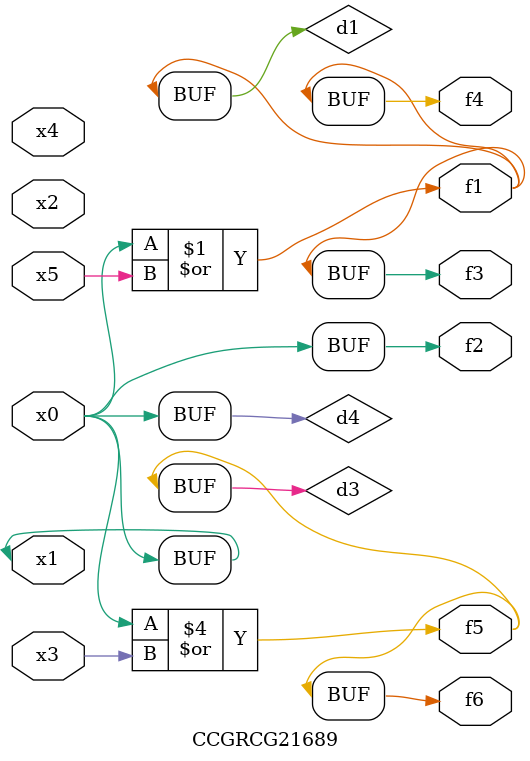
<source format=v>
module CCGRCG21689(
	input x0, x1, x2, x3, x4, x5,
	output f1, f2, f3, f4, f5, f6
);

	wire d1, d2, d3, d4;

	or (d1, x0, x5);
	xnor (d2, x1, x4);
	or (d3, x0, x3);
	buf (d4, x0, x1);
	assign f1 = d1;
	assign f2 = d4;
	assign f3 = d1;
	assign f4 = d1;
	assign f5 = d3;
	assign f6 = d3;
endmodule

</source>
